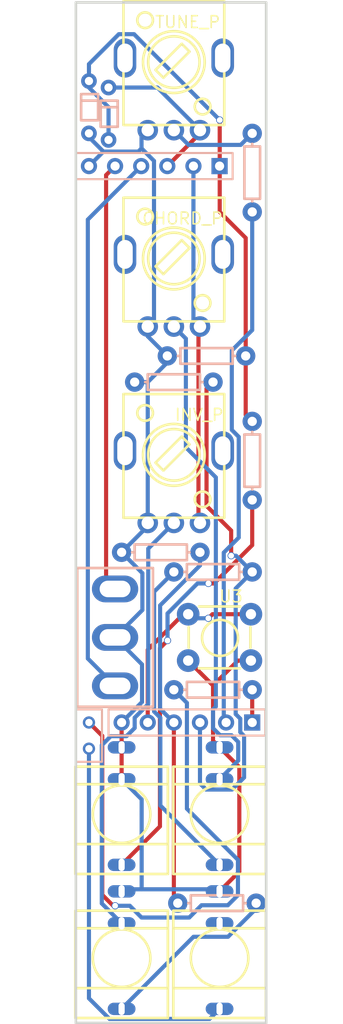
<source format=kicad_pcb>
(kicad_pcb (version 20171130) (host pcbnew "(5.1.5)-3") (page "A4") (layers (0 "F.Cu" signal) (31 "B.Cu" signal) (32 "B.Adhes" user) (33 "F.Adhes" user) (34 "B.Paste" user) (35 "F.Paste" user) (36 "B.SilkS" user) (37 "F.SilkS" user) (38 "B.Mask" user) (39 "F.Mask" user) (40 "Dwgs.User" user) (41 "Cmts.User" user) (42 "Eco1.User" user) (43 "Eco2.User" user) (44 "Edge.Cuts" user) (45 "Margin" user) (46 "B.CrtYd" user) (47 "F.CrtYd" user) (48 "B.Fab" user hide) (49 "F.Fab" user hide)) (net 0 "") (net 1 "3V3") (net 2 "5V") (net 3 "C5_2") (net 4 "CHORD") (net 5 "CHORD_P_2") (net 6 "CHORD_P_4") (net 7 "CHORD_P_5") (net 8 "CVIN") (net 9 "GND") (net 10 "INV") (net 11 "INV_P_4") (net 12 "INV_P_5") (net 13 "J1_3") (net 14 "J2_2") (net 15 "J3_3") (net 16 "J4_3") (net 17 "MODE_1") (net 18 "MODE_2") (net 19 "OUT_BUF") (net 20 "R6_2") (net 21 "TUNE") (net 22 "TUNE_P_2") (net 23 "TUNE_P_4") (net 24 "TUNE_P_5") (net 25 "WAVE") (segment (start 17.966 153.007) (end 16.902 153.007) (width 0.4) (layer "B.Cu") (net 15)) (segment (start 16.902 153.007) (end 13.99 155.919) (width 0.4) (layer "B.Cu") (net 15)) (segment (start 13.99 155.919) (end 13.99 158.545) (width 0.4) (layer "B.Cu") (net 15)) (segment (start 6.35 104.267) (end 6.35 102.63) (width 0.4) (layer "B.Cu") (net 8)) (segment (start 6.35 102.63) (end 9.254 99.726) (width 0.4) (layer "B.Cu") (net 8)) (segment (start 9.254 99.726) (end 10.735 99.726) (width 0.4) (layer "B.Cu") (net 8)) (segment (start 10.735 99.726) (end 19.063 108.054) (width 0.4) (layer "B.Cu") (net 8)) (segment (start 6.35 104.267) (end 6.35 104.902) (width 0.4) (layer "B.Cu") (net 8)) (segment (start 6.35 104.902) (end 8.255 106.807) (width 0.4) (layer "B.Cu") (net 8)) (segment (start 8.255 106.807) (end 8.255 109.982) (width 0.4) (layer "B.Cu") (net 8)) (segment (start 9.525 185.977) (end 7.597 184.048) (width 0.4) (layer "B.Cu") (net 14)) (segment (start 7.597 184.048) (end 7.597 168.702) (width 0.4) (layer "B.Cu") (net 14)) (segment (start 7.597 168.702) (end 8.474 167.824) (width 0.4) (layer "B.Cu") (net 14)) (segment (start 8.474 167.824) (end 10 167.824) (width 0.4) (layer "B.Cu") (net 14)) (segment (start 10 167.824) (end 10.795 167.029) (width 0.4) (layer "B.Cu") (net 14)) (segment (start 10.795 167.029) (end 10.795 166.035) (width 0.4) (layer "B.Cu") (net 14)) (segment (start 10.795 166.035) (end 12.117 164.714) (width 0.4) (layer "B.Cu") (net 14)) (segment (start 12.117 164.714) (end 12.117 149.626) (width 0.4) (layer "B.Cu") (net 14)) (segment (start 12.117 149.626) (end 14.605 147.137) (width 0.4) (layer "B.Cu") (net 14)) (segment (start 15.998 155.992) (end 16.393 156.387) (width 0.4) (layer "B.Cu") (net 25)) (segment (start 16.393 156.387) (end 17.963 156.387) (width 0.4) (layer "B.Cu") (net 25)) (segment (start 19.05 172.007) (end 20.864 170.192) (width 0.4) (layer "B.Cu") (net 5)) (segment (start 20.864 170.192) (end 20.864 168.385) (width 0.4) (layer "B.Cu") (net 5)) (segment (start 20.864 168.385) (end 20.215 167.735) (width 0.4) (layer "B.Cu") (net 5)) (segment (start 20.215 167.735) (end 19.098 167.735) (width 0.4) (layer "B.Cu") (net 5)) (segment (start 19.098 167.735) (end 18.415 167.052) (width 0.4) (layer "B.Cu") (net 5)) (segment (start 18.415 167.052) (end 18.415 165.228) (width 0.4) (layer "B.Cu") (net 5)) (segment (start 18.415 165.228) (end 18.688 164.955) (width 0.4) (layer "B.Cu") (net 5)) (segment (start 18.688 164.955) (end 18.688 142.718) (width 0.4) (layer "B.Cu") (net 5)) (segment (start 18.688 142.718) (end 15.773 139.804) (width 0.4) (layer "B.Cu") (net 5)) (segment (start 15.773 139.804) (end 15.773 129.256) (width 0.4) (layer "B.Cu") (net 5)) (segment (start 15.773 129.256) (end 14.605 128.087) (width 0.4) (layer "B.Cu") (net 5)) (segment (start 6.35 169.037) (end 6.35 193.256) (width 0.4) (layer "B.Cu") (net 16)) (segment (start 6.35 193.256) (end 8.343 195.249) (width 0.4) (layer "B.Cu") (net 16)) (segment (start 8.343 195.249) (end 18.078 195.249) (width 0.4) (layer "B.Cu") (net 16)) (segment (start 18.078 195.249) (end 19.05 194.277) (width 0.4) (layer "B.Cu") (net 16)) (segment (start 11.43 112.522) (end 6.24 117.712) (width 0.4) (layer "B.Cu") (net 17)) (segment (start 6.24 117.712) (end 6.24 160.292) (width 0.4) (layer "B.Cu") (net 17)) (segment (start 6.24 160.292) (end 8.89 162.942) (width 0.4) (layer "B.Cu") (net 17)) (segment (start 22.225 116.967) (end 22.225 128.429) (width 0.4) (layer "B.Cu") (net 21)) (segment (start 22.225 128.429) (end 20.239 130.415) (width 0.4) (layer "B.Cu") (net 21)) (segment (start 20.239 130.415) (end 20.239 138.115) (width 0.4) (layer "B.Cu") (net 21)) (segment (start 20.239 138.115) (end 20.913 138.788) (width 0.4) (layer "B.Cu") (net 21)) (segment (start 20.913 138.788) (end 20.913 148.561) (width 0.4) (layer "B.Cu") (net 21)) (segment (start 20.913 148.561) (end 19.457 150.018) (width 0.4) (layer "B.Cu") (net 21)) (segment (start 19.457 150.018) (end 19.457 166.269) (width 0.4) (layer "B.Cu") (net 21)) (segment (start 19.457 166.269) (end 19.685 166.497) (width 0.4) (layer "B.Cu") (net 21)) (segment (start 22.606 184.023) (end 22.606 184.547) (width 0.4) (layer "B.Cu") (net 20)) (segment (start 22.606 184.547) (end 19.871 187.282) (width 0.4) (layer "B.Cu") (net 20)) (segment (start 19.871 187.282) (end 16.52 187.282) (width 0.4) (layer "B.Cu") (net 20)) (segment (start 16.52 187.282) (end 9.525 194.277) (width 0.4) (layer "B.Cu") (net 20)) (segment (start 17.145 149.987) (end 17.145 151.263) (width 0.4) (layer "B.Cu") (net 10)) (segment (start 17.145 151.263) (end 13.269 155.139) (width 0.4) (layer "B.Cu") (net 10)) (segment (start 13.269 155.139) (end 13.269 165.161) (width 0.4) (layer "B.Cu") (net 10)) (segment (start 13.269 165.161) (end 14.605 166.497) (width 0.4) (layer "B.Cu") (net 10)) (segment (start 8.255 104.902) (end 13.01 104.902) (width 0.4) (layer "B.Cu") (net 1)) (segment (start 13.01 104.902) (end 17.145 109.037) (width 0.4) (layer "B.Cu") (net 1)) (segment (start 22.225 109.347) (end 21.106 110.466) (width 0.4) (layer "B.Cu") (net 22)) (segment (start 21.106 110.466) (end 16.034 110.466) (width 0.4) (layer "B.Cu") (net 22)) (segment (start 16.034 110.466) (end 14.605 109.037) (width 0.4) (layer "B.Cu") (net 22)) (segment (start 16.51 112.522) (end 16.51 127.452) (width 0.4) (layer "B.Cu") (net 2)) (segment (start 16.51 127.452) (end 17.145 128.087) (width 0.4) (layer "B.Cu") (net 2)) (segment (start 7.756 111.116) (end 6.35 112.522) (width 0.4) (layer "B.Cu") (net 9)) (segment (start 11.462 110.802) (end 11.149 111.116) (width 0.4) (layer "B.Cu") (net 9)) (segment (start 11.149 111.116) (end 7.756 111.116) (width 0.4) (layer "B.Cu") (net 9)) (segment (start 7.756 111.116) (end 6.35 109.709) (width 0.4) (layer "B.Cu") (net 9)) (segment (start 6.35 109.709) (end 6.35 109.347) (width 0.4) (layer "B.Cu") (net 9)) (segment (start 11.462 110.802) (end 11.462 109.64) (width 0.4) (layer "B.Cu") (net 9)) (segment (start 11.462 109.64) (end 12.065 109.037) (width 0.4) (layer "B.Cu") (net 9)) (segment (start 12.065 128.087) (end 12.675 127.477) (width 0.4) (layer "B.Cu") (net 9)) (segment (start 12.675 127.477) (end 12.675 112.015) (width 0.4) (layer "B.Cu") (net 9)) (segment (start 12.675 112.015) (end 11.462 110.802) (width 0.4) (layer "B.Cu") (net 9)) (segment (start 19.05 182.877) (end 18.85 182.677) (width 0.4) (layer "B.Cu") (net 9)) (segment (start 18.85 182.677) (end 11.473 182.677) (width 0.4) (layer "B.Cu") (net 9)) (segment (start 11.473 182.677) (end 9.725 182.677) (width 0.4) (layer "B.Cu") (net 9)) (segment (start 9.725 182.677) (end 9.525 182.877) (width 0.4) (layer "B.Cu") (net 9)) (segment (start 9.525 172.007) (end 11.473 173.955) (width 0.4) (layer "B.Cu") (net 9)) (segment (start 11.473 173.955) (end 11.473 182.677) (width 0.4) (layer "B.Cu") (net 9)) (segment (start 12.065 133.477) (end 13.97 131.572) (width 0.4) (layer "B.Cu") (net 9)) (segment (start 13.97 131.572) (end 13.97 130.937) (width 0.4) (layer "B.Cu") (net 9)) (segment (start 10.795 133.477) (end 12.065 133.477) (width 0.4) (layer "B.Cu") (net 9)) (segment (start 12.065 133.477) (end 12.065 147.137) (width 0.4) (layer "B.Cu") (net 9)) (segment (start 8.89 158.242) (end 11.545 155.587) (width 0.4) (layer "B.Cu") (net 9)) (segment (start 11.545 155.587) (end 11.545 152.007) (width 0.4) (layer "B.Cu") (net 9)) (segment (start 11.545 152.007) (end 9.525 149.987) (width 0.4) (layer "B.Cu") (net 9)) (segment (start 8.89 158.242) (end 11.511 160.863) (width 0.4) (layer "B.Cu") (net 9)) (segment (start 11.511 160.863) (end 11.511 164.511) (width 0.4) (layer "B.Cu") (net 9)) (segment (start 11.511 164.511) (end 9.525 166.497) (width 0.4) (layer "B.Cu") (net 9)) (segment (start 13.97 130.937) (end 12.065 129.032) (width 0.4) (layer "B.Cu") (net 9)) (segment (start 12.065 129.032) (end 12.065 128.087) (width 0.4) (layer "B.Cu") (net 9)) (segment (start 9.525 149.987) (end 12.065 147.447) (width 0.4) (layer "B.Cu") (net 9)) (segment (start 12.065 147.447) (end 12.065 147.137) (width 0.4) (layer "B.Cu") (net 9)) (segment (start 14.605 163.322) (end 15.875 164.592) (width 0.4) (layer "B.Cu") (net 3)) (segment (start 15.875 164.592) (end 15.875 174.859) (width 0.4) (layer "B.Cu") (net 3)) (segment (start 15.875 174.859) (end 20.837 179.82) (width 0.4) (layer "B.Cu") (net 3)) (segment (start 20.837 179.82) (end 20.837 183.245) (width 0.4) (layer "B.Cu") (net 3)) (segment (start 20.837 183.245) (end 19.857 184.225) (width 0.4) (layer "B.Cu") (net 3)) (segment (start 19.857 184.225) (end 17.293 184.225) (width 0.4) (layer "B.Cu") (net 3)) (segment (start 17.293 184.225) (end 16.101 185.416) (width 0.4) (layer "B.Cu") (net 3)) (segment (start 16.101 185.416) (end 11.464 185.416) (width 0.4) (layer "B.Cu") (net 3)) (segment (start 11.464 185.416) (end 10.323 184.275) (width 0.4) (layer "B.Cu") (net 3)) (segment (start 10.323 184.275) (end 8.897 184.275) (width 0.4) (layer "B.Cu") (net 3)) (segment (start 22.225 151.892) (end 20.617 153.5) (width 0.4) (layer "B.Cu") (net 4)) (segment (start 20.617 153.5) (end 20.617 165.682) (width 0.4) (layer "B.Cu") (net 4)) (segment (start 20.617 165.682) (end 21.066 166.131) (width 0.4) (layer "B.Cu") (net 4)) (segment (start 21.066 166.131) (end 21.066 167.438) (width 0.4) (layer "B.Cu") (net 4)) (segment (start 21.066 167.438) (end 21.436 167.808) (width 0.4) (layer "B.Cu") (net 4)) (segment (start 21.436 167.808) (end 21.436 171.832) (width 0.4) (layer "B.Cu") (net 4)) (segment (start 21.436 171.832) (end 20.268 173) (width 0.4) (layer "B.Cu") (net 4)) (segment (start 20.268 173) (end 17.738 173) (width 0.4) (layer "B.Cu") (net 4)) (segment (start 17.738 173) (end 17.145 172.407) (width 0.4) (layer "B.Cu") (net 4)) (segment (start 17.145 172.407) (end 17.145 166.497) (width 0.4) (layer "B.Cu") (net 4)) (segment (start 20.178 150.316) (end 20.649 150.316) (width 0.4) (layer "B.Cu") (net 4)) (segment (start 20.649 150.316) (end 22.225 151.892) (width 0.4) (layer "B.Cu") (net 4)) (segment (start 19.05 180.307) (end 13.293 174.55) (width 0.4) (layer "B.Cu") (net 13)) (segment (start 13.293 174.55) (end 13.293 166.04) (width 0.4) (layer "B.Cu") (net 13)) (segment (start 13.293 166.04) (end 12.688 165.435) (width 0.4) (layer "B.Cu") (net 13)) (segment (start 12.688 165.435) (end 12.688 153.809) (width 0.4) (layer "B.Cu") (net 13)) (segment (start 12.688 153.809) (end 14.605 151.892) (width 0.4) (layer "B.Cu") (net 13)) (gr_line (start 5.08 96.647) (end 23.58 96.647) (width 0.254) (layer "Edge.Cuts")) (gr_line (start 23.58 96.647) (end 23.58 195.647) (width 0.254) (layer "Edge.Cuts")) (gr_line (start 23.58 195.647) (end 5.08 195.647) (width 0.254) (layer "Edge.Cuts")) (gr_line (start 5.08 195.647) (end 5.08 96.647) (width 0.254) (layer "Edge.Cuts")) (segment (start 17.966 153.007) (end 18.508 153.007) (width 0.4) (layer "F.Cu") (net 15)) (segment (start 18.508 153.007) (end 22.225 149.29) (width 0.4) (layer "F.Cu") (net 15)) (segment (start 22.225 149.29) (end 22.225 144.907) (width 0.4) (layer "F.Cu") (net 15)) (segment (start 13.99 158.545) (end 13.252 159.282) (width 0.4) (layer "F.Cu") (net 15)) (segment (start 13.252 159.282) (end 13.252 176.579) (width 0.4) (layer "F.Cu") (net 15)) (segment (start 13.252 176.579) (end 9.525 180.307) (width 0.4) (layer "F.Cu") (net 15)) (segment (start 19.063 112.522) (end 19.063 108.054) (width 0.4) (layer "F.Cu") (net 8)) (segment (start 21.59 130.937) (end 21.59 119.492) (width 0.4) (layer "F.Cu") (net 8)) (segment (start 21.59 119.492) (end 19.063 116.965) (width 0.4) (layer "F.Cu") (net 8)) (segment (start 19.063 116.965) (end 19.063 112.522) (width 0.4) (layer "F.Cu") (net 8)) (segment (start 19.05 112.522) (end 19.063 112.522) (width 0.4) (layer "F.Cu") (net 8)) (segment (start 22.225 137.287) (end 21.59 136.652) (width 0.4) (layer "F.Cu") (net 8)) (segment (start 21.59 136.652) (end 21.59 130.937) (width 0.4) (layer "F.Cu") (net 8)) (segment (start 22.098 155.992) (end 18.358 155.992) (width 0.4) (layer "F.Cu") (net 25)) (segment (start 18.358 155.992) (end 17.963 156.387) (width 0.4) (layer "F.Cu") (net 25)) (segment (start 15.998 155.992) (end 15.523 155.992) (width 0.4) (layer "F.Cu") (net 25)) (segment (start 15.523 155.992) (end 12.065 159.45) (width 0.4) (layer "F.Cu") (net 25)) (segment (start 12.065 159.45) (end 12.065 166.497) (width 0.4) (layer "F.Cu") (net 25)) (segment (start 14.986 184.023) (end 14.605 183.642) (width 0.4) (layer "F.Cu") (net 10)) (segment (start 14.605 183.642) (end 14.605 166.497) (width 0.4) (layer "F.Cu") (net 10)) (segment (start 13.97 112.522) (end 17.145 109.347) (width 0.4) (layer "F.Cu") (net 1)) (segment (start 17.145 109.347) (end 17.145 109.037) (width 0.4) (layer "F.Cu") (net 1)) (segment (start 17.145 147.137) (end 16.999 146.991) (width 0.4) (layer "F.Cu") (net 2)) (segment (start 16.999 146.991) (end 16.999 128.233) (width 0.4) (layer "F.Cu") (net 2)) (segment (start 16.999 128.233) (end 17.145 128.087) (width 0.4) (layer "F.Cu") (net 2)) (segment (start 19.05 168.907) (end 20.972 170.828) (width 0.4) (layer "F.Cu") (net 9)) (segment (start 20.972 170.828) (end 20.972 180.955) (width 0.4) (layer "F.Cu") (net 9)) (segment (start 20.972 180.955) (end 19.05 182.877) (width 0.4) (layer "F.Cu") (net 9)) (segment (start 18.415 162.909) (end 18.415 168.272) (width 0.4) (layer "F.Cu") (net 9)) (segment (start 18.415 168.272) (end 19.05 168.907) (width 0.4) (layer "F.Cu") (net 9)) (segment (start 9.525 168.907) (end 9.525 172.007) (width 0.4) (layer "F.Cu") (net 9)) (segment (start 9.525 166.497) (end 9.525 168.907) (width 0.4) (layer "F.Cu") (net 9)) (segment (start 15.998 160.492) (end 18.415 162.909) (width 0.4) (layer "F.Cu") (net 9)) (segment (start 22.098 160.492) (end 20.832 160.492) (width 0.4) (layer "F.Cu") (net 9)) (segment (start 20.832 160.492) (end 18.415 162.909) (width 0.4) (layer "F.Cu") (net 9)) (segment (start 8.897 184.275) (end 8.705 184.275) (width 0.4) (layer "F.Cu") (net 3)) (segment (start 8.705 184.275) (end 7.645 183.216) (width 0.4) (layer "F.Cu") (net 3)) (segment (start 7.645 183.216) (end 7.645 167.792) (width 0.4) (layer "F.Cu") (net 3)) (segment (start 7.645 167.792) (end 6.35 166.497) (width 0.4) (layer "F.Cu") (net 3)) (segment (start 18.415 133.477) (end 17.782 134.11) (width 0.4) (layer "F.Cu") (net 4)) (segment (start 17.782 134.11) (end 17.782 145.483) (width 0.4) (layer "F.Cu") (net 4)) (segment (start 17.782 145.483) (end 20.178 147.88) (width 0.4) (layer "F.Cu") (net 4)) (segment (start 20.178 147.88) (end 20.178 150.316) (width 0.4) (layer "F.Cu") (net 4)) (segment (start 22.225 163.322) (end 22.225 166.497) (width 0.4) (layer "F.Cu") (net 19)) (segment (start 8.89 112.522) (end 8.018 113.394) (width 0.4) (layer "F.Cu") (net 18)) (segment (start 8.018 113.394) (end 8.018 152.67) (width 0.4) (layer "F.Cu") (net 18)) (segment (start 8.018 152.67) (end 8.89 153.542) (width 0.4) (layer "F.Cu") (net 18)) (module "easyeda:R09-5KΩ" (layer "F.Cu") (at 14.605 124.587) (fp_text value "10k" (at 0 -11.486 0) (layer "F.Fab") hide (effects (font (size 1.143 1.143) (thickness 0.152)) (justify left))) (fp_text reference "CHORD_P" (at -3.175 -6.985 0) (layer "F.SilkS") (effects (font (size 1.143 1.143) (thickness 0.152)) (justify left))) (fp_line (start -4.9 -9) (end 4.9 -9) (width 0.254) (layer "F.SilkS")) (fp_line (start 4.9 -9) (end 4.9 3) (width 0.254) (layer "F.SilkS")) (fp_line (start -4.9 -9) (end -4.9 3) (width 0.254) (layer "F.SilkS")) (fp_line (start -4.9 3) (end 4.9 3) (width 0.254) (layer "F.SilkS")) (fp_line (start 0.762 -4.882) (end -1.778 -2.342) (width 0.254) (layer "F.SilkS")) (fp_line (start -1.778 -2.342) (end -1.016 -1.58) (width 0.254) (layer "F.SilkS")) (fp_line (start -1.016 -1.58) (end 1.524 -4.12) (width 0.254) (layer "F.SilkS")) (fp_line (start 1.524 -4.12) (end 0.762 -4.882) (width 0.254) (layer "F.SilkS")) (fp_circle (center -2.794 -7.168) (end -2.032 -7.168) (layer "F.SilkS") (width 0.254)) (fp_circle (center 2.794 1.214) (end 3.556 1.214) (layer "F.SilkS") (width 0.254)) (fp_circle (center 0 -3.104) (end 3 -3.104) (layer "F.SilkS") (width 0.254)) (fp_circle (center 0 -3.104) (end 2.5 -3.104) (layer "F.SilkS") (width 0.254)) (pad 1 thru_hole circle (at -2.54 3.5 0) (size 2 2) (layers "*.Cu" "*.Paste" "*.Mask") (drill 1.2) (net 9 "GND")) (pad 2 thru_hole circle (at 0 3.5 0) (size 2 2) (layers "*.Cu" "*.Paste" "*.Mask") (drill 1.2) (net 5 "CHORD_P_2")) (pad 3 thru_hole circle (at 2.54 3.5 0) (size 2 2) (layers "*.Cu" "*.Paste" "*.Mask") (drill 1.2) (net 2 "5V")) (pad 4 thru_hole oval (at 4.75 -3.5 0) (size 2.2 3.8) (layers "*.Cu" "*.Paste" "*.Mask") (drill oval 1.5 2.8) (net 6 "CHORD_P_4")) (pad 5 thru_hole oval (at -4.75 -3.5 0) (size 2.2 3.8) (layers "*.Cu" "*.Paste" "*.Mask") (drill oval 1.5 2.8) (net 7 "CHORD_P_5")) (fp_text user gge851260b63723e8fd (at 0 0) (layer "Cmts.User") (effects (font (size 1 1) (thickness 0.15))))) (module "easyeda:R09-5KΩ" (layer "F.Cu") (at 14.605 143.637) (fp_text value "10k" (at 0 -11.486 0) (layer "F.Fab") hide (effects (font (size 1.143 1.143) (thickness 0.152)) (justify left))) (fp_text reference "INV_P" (at 0 -6.985 0) (layer "F.SilkS") (effects (font (size 1.143 1.143) (thickness 0.152)) (justify left))) (fp_line (start -4.9 -9) (end 4.9 -9) (width 0.254) (layer "F.SilkS")) (fp_line (start 4.9 -9) (end 4.9 3) (width 0.254) (layer "F.SilkS")) (fp_line (start -4.9 -9) (end -4.9 3) (width 0.254) (layer "F.SilkS")) (fp_line (start -4.9 3) (end 4.9 3) (width 0.254) (layer "F.SilkS")) (fp_line (start 0.762 -4.882) (end -1.778 -2.342) (width 0.254) (layer "F.SilkS")) (fp_line (start -1.778 -2.342) (end -1.016 -1.58) (width 0.254) (layer "F.SilkS")) (fp_line (start -1.016 -1.58) (end 1.524 -4.12) (width 0.254) (layer "F.SilkS")) (fp_line (start 1.524 -4.12) (end 0.762 -4.882) (width 0.254) (layer "F.SilkS")) (fp_circle (center -2.794 -7.168) (end -2.032 -7.168) (layer "F.SilkS") (width 0.254)) (fp_circle (center 2.794 1.214) (end 3.556 1.214) (layer "F.SilkS") (width 0.254)) (fp_circle (center 0 -3.104) (end 3 -3.104) (layer "F.SilkS") (width 0.254)) (fp_circle (center 0 -3.104) (end 2.5 -3.104) (layer "F.SilkS") (width 0.254)) (pad 1 thru_hole circle (at -2.54 3.5 0) (size 2 2) (layers "*.Cu" "*.Paste" "*.Mask") (drill 1.2) (net 9 "GND")) (pad 2 thru_hole circle (at 0 3.5 0) (size 2 2) (layers "*.Cu" "*.Paste" "*.Mask") (drill 1.2) (net 14 "J2_2")) (pad 3 thru_hole circle (at 2.54 3.5 0) (size 2 2) (layers "*.Cu" "*.Paste" "*.Mask") (drill 1.2) (net 2 "5V")) (pad 4 thru_hole oval (at 4.75 -3.5 0) (size 2.2 3.8) (layers "*.Cu" "*.Paste" "*.Mask") (drill oval 1.5 2.8) (net 11 "INV_P_4")) (pad 5 thru_hole oval (at -4.75 -3.5 0) (size 2.2 3.8) (layers "*.Cu" "*.Paste" "*.Mask") (drill oval 1.5 2.8) (net 12 "INV_P_5")) (fp_text user gge8176cbd1ef50d5ac (at 0 0) (layer "Cmts.User") (effects (font (size 1 1) (thickness 0.15))))) (module "easyeda:R09-5KΩ" (layer "F.Cu") (at 14.605 105.537) (fp_text value "10k" (at 0 -11.486 0) (layer "F.Fab") hide (effects (font (size 1.143 1.143) (thickness 0.152)) (justify left))) (fp_text reference "TUNE_P" (at -1.905 -6.985 0) (layer "F.SilkS") (effects (font (size 1.143 1.143) (thickness 0.152)) (justify left))) (fp_line (start -4.9 -9) (end 4.9 -9) (width 0.254) (layer "F.SilkS")) (fp_line (start 4.9 -9) (end 4.9 3) (width 0.254) (layer "F.SilkS")) (fp_line (start -4.9 -9) (end -4.9 3) (width 0.254) (layer "F.SilkS")) (fp_line (start -4.9 3) (end 4.9 3) (width 0.254) (layer "F.SilkS")) (fp_line (start 0.762 -4.882) (end -1.778 -2.342) (width 0.254) (layer "F.SilkS")) (fp_line (start -1.778 -2.342) (end -1.016 -1.58) (width 0.254) (layer "F.SilkS")) (fp_line (start -1.016 -1.58) (end 1.524 -4.12) (width 0.254) (layer "F.SilkS")) (fp_line (start 1.524 -4.12) (end 0.762 -4.882) (width 0.254) (layer "F.SilkS")) (fp_circle (center -2.794 -7.168) (end -2.032 -7.168) (layer "F.SilkS") (width 0.254)) (fp_circle (center 2.794 1.214) (end 3.556 1.214) (layer "F.SilkS") (width 0.254)) (fp_circle (center 0 -3.104) (end 3 -3.104) (layer "F.SilkS") (width 0.254)) (fp_circle (center 0 -3.104) (end 2.5 -3.104) (layer "F.SilkS") (width 0.254)) (pad 1 thru_hole circle (at -2.54 3.5 0) (size 2 2) (layers "*.Cu" "*.Paste" "*.Mask") (drill 1.2) (net 9 "GND")) (pad 2 thru_hole circle (at 0 3.5 0) (size 2 2) (layers "*.Cu" "*.Paste" "*.Mask") (drill 1.2) (net 22 "TUNE_P_2")) (pad 3 thru_hole circle (at 2.54 3.5 0) (size 2 2) (layers "*.Cu" "*.Paste" "*.Mask") (drill 1.2) (net 1 "3V3")) (pad 4 thru_hole oval (at 4.75 -3.5 0) (size 2.2 3.8) (layers "*.Cu" "*.Paste" "*.Mask") (drill oval 1.5 2.8) (net 23 "TUNE_P_4")) (pad 5 thru_hole oval (at -4.75 -3.5 0) (size 2.2 3.8) (layers "*.Cu" "*.Paste" "*.Mask") (drill oval 1.5 2.8) (net 24 "TUNE_P_5")) (fp_text user ggedb8851875d8ccf25 (at 0 0) (layer "Cmts.User") (effects (font (size 1 1) (thickness 0.15))))) (module "easyeda:THONKICONN_1" (layer "F.Cu") (at 19.05 175.387 180) (fp_text value "CHORD_IN" (at 3.81 -4.445 0) (layer "F.Fab") (effects (font (size 1.143 1.143) (thickness 0.152)) (justify left))) (fp_text reference "J1" (at 0 -6.35 180) (layer "F.SilkS") hide (effects (font (size 1.143 1.143) (thickness 0.152)) (justify left))) (fp_arc (start 0 0) (end -2.794 0) (angle 180) (width 0.254) (layer "F.SilkS")) (fp_arc (start 0 0) (end 2.794 0) (angle 180) (width 0.254) (layer "F.SilkS")) (fp_line (start -4.5 -5.805) (end 4.5 -5.805) (width 0.254) (layer "F.SilkS")) (fp_line (start 4.5 -5.805) (end 4.5 2.905) (width 0.254) (layer "F.SilkS")) (fp_line (start 4.5 2.905) (end -4.5 2.905) (width 0.254) (layer "F.SilkS")) (fp_line (start -4.5 2.905) (end -4.5 -5.805) (width 0.254) (layer "F.SilkS")) (fp_line (start -4.5 -2.905) (end 4.5 -2.905) (width 0.254) (layer "F.SilkS")) (fp_line (start 4.5 -2.905) (end 4.5 4.605) (width 0.254) (layer "F.SilkS")) (fp_line (start 4.5 4.605) (end -4.5 4.605) (width 0.254) (layer "F.SilkS")) (fp_line (start -4.5 4.605) (end -4.5 -2.905) (width 0.254) (layer "F.SilkS")) (pad "" np_thru_hole circle (at 0 0) (size 3 3) (drill 3) (layers "*.Cu" "*.Mask")) (pad 3 thru_hole oval (at 0 -4.92 180) (size 2.7 1.2) (layers "*.Cu" "*.Paste" "*.Mask") (drill oval 0.6 1.5) (net 13 "J1_3")) (pad 2 thru_hole oval (at 0 3.38 180) (size 2.7 1.2) (layers "*.Cu" "*.Paste" "*.Mask") (drill oval 0.6 1.5) (net 5 "CHORD_P_2")) (pad 1 thru_hole oval (at 0 6.48 180) (size 2.7 1.2) (layers "*.Cu" "*.Paste" "*.Mask") (drill oval 0.6 1.5) (net 9 "GND")) (fp_text user gge1aa4f7b4c2142e9a (at 0 0) (layer "Cmts.User") (effects (font (size 1 1) (thickness 0.15))))) (module "easyeda:THONKICONN_1" (layer "F.Cu") (at 9.525 189.357 180) (fp_text value "INV_IN" (at 3.81 -4.445 0) (layer "F.Fab") (effects (font (size 1.143 1.143) (thickness 0.152)) (justify left))) (fp_text reference "J2" (at 0 -6.35 180) (layer "F.SilkS") hide (effects (font (size 1.143 1.143) (thickness 0.152)) (justify left))) (fp_arc (start 0 0) (end -2.794 0) (angle 180) (width 0.254) (layer "F.SilkS")) (fp_arc (start 0 0) (end 2.794 0) (angle 180) (width 0.254) (layer "F.SilkS")) (fp_line (start -4.5 -5.805) (end 4.5 -5.805) (width 0.254) (layer "F.SilkS")) (fp_line (start 4.5 -5.805) (end 4.5 2.905) (width 0.254) (layer "F.SilkS")) (fp_line (start 4.5 2.905) (end -4.5 2.905) (width 0.254) (layer "F.SilkS")) (fp_line (start -4.5 2.905) (end -4.5 -5.805) (width 0.254) (layer "F.SilkS")) (fp_line (start -4.5 -2.905) (end 4.5 -2.905) (width 0.254) (layer "F.SilkS")) (fp_line (start 4.5 -2.905) (end 4.5 4.605) (width 0.254) (layer "F.SilkS")) (fp_line (start 4.5 4.605) (end -4.5 4.605) (width 0.254) (layer "F.SilkS")) (fp_line (start -4.5 4.605) (end -4.5 -2.905) (width 0.254) (layer "F.SilkS")) (pad "" np_thru_hole circle (at 0 0) (size 3 3) (drill 3) (layers "*.Cu" "*.Mask")) (pad 3 thru_hole oval (at 0 -4.92 180) (size 2.7 1.2) (layers "*.Cu" "*.Paste" "*.Mask") (drill oval 0.6 1.5) (net 20 "R6_2")) (pad 2 thru_hole oval (at 0 3.38 180) (size 2.7 1.2) (layers "*.Cu" "*.Paste" "*.Mask") (drill oval 0.6 1.5) (net 14 "J2_2")) (pad 1 thru_hole oval (at 0 6.48 180) (size 2.7 1.2) (layers "*.Cu" "*.Paste" "*.Mask") (drill oval 0.6 1.5) (net 9 "GND")) (fp_text user gge8e2bcea8e011a55d (at 0 0) (layer "Cmts.User") (effects (font (size 1 1) (thickness 0.15))))) (module "easyeda:THONKICONN_1" (layer "F.Cu") (at 9.525 175.387 180) (fp_text value "CV_IN" (at 4.445 -4.445 0) (layer "F.Fab") (effects (font (size 1.143 1.143) (thickness 0.152)) (justify left))) (fp_text reference "J3" (at 0 -6.35 180) (layer "F.SilkS") hide (effects (font (size 1.143 1.143) (thickness 0.152)) (justify left))) (fp_arc (start 0 0) (end -2.794 0) (angle 180) (width 0.254) (layer "F.SilkS")) (fp_arc (start 0 0) (end 2.794 0) (angle 180) (width 0.254) (layer "F.SilkS")) (fp_line (start -4.5 -5.805) (end 4.5 -5.805) (width 0.254) (layer "F.SilkS")) (fp_line (start 4.5 -5.805) (end 4.5 2.905) (width 0.254) (layer "F.SilkS")) (fp_line (start 4.5 2.905) (end -4.5 2.905) (width 0.254) (layer "F.SilkS")) (fp_line (start -4.5 2.905) (end -4.5 -5.805) (width 0.254) (layer "F.SilkS")) (fp_line (start -4.5 -2.905) (end 4.5 -2.905) (width 0.254) (layer "F.SilkS")) (fp_line (start 4.5 -2.905) (end 4.5 4.605) (width 0.254) (layer "F.SilkS")) (fp_line (start 4.5 4.605) (end -4.5 4.605) (width 0.254) (layer "F.SilkS")) (fp_line (start -4.5 4.605) (end -4.5 -2.905) (width 0.254) (layer "F.SilkS")) (pad "" np_thru_hole circle (at 0 0) (size 3 3) (drill 3) (layers "*.Cu" "*.Mask")) (pad 3 thru_hole oval (at 0 -4.92 180) (size 2.7 1.2) (layers "*.Cu" "*.Paste" "*.Mask") (drill oval 0.6 1.5) (net 15 "J3_3")) (pad 2 thru_hole oval (at 0 3.38 180) (size 2.7 1.2) (layers "*.Cu" "*.Paste" "*.Mask") (drill oval 0.6 1.5) (net 9 "GND")) (pad 1 thru_hole oval (at 0 6.48 180) (size 2.7 1.2) (layers "*.Cu" "*.Paste" "*.Mask") (drill oval 0.6 1.5) (net 9 "GND")) (fp_text user ggef269bdd52837dfc6 (at 0 0) (layer "Cmts.User") (effects (font (size 1 1) (thickness 0.15))))) (module "easyeda:THONKICONN_1" (layer "F.Cu") (at 19.05 189.357 180) (fp_text value "OUT" (at 3.81 -4.445 0) (layer "F.Fab") (effects (font (size 1.143 1.143) (thickness 0.152)) (justify left))) (fp_text reference "J4" (at 0 -6.35 180) (layer "F.SilkS") hide (effects (font (size 1.143 1.143) (thickness 0.152)) (justify left))) (fp_arc (start 0 0) (end -2.794 0) (angle 180) (width 0.254) (layer "F.SilkS")) (fp_arc (start 0 0) (end 2.794 0) (angle 180) (width 0.254) (layer "F.SilkS")) (fp_line (start -4.5 -5.805) (end 4.5 -5.805) (width 0.254) (layer "F.SilkS")) (fp_line (start 4.5 -5.805) (end 4.5 2.905) (width 0.254) (layer "F.SilkS")) (fp_line (start 4.5 2.905) (end -4.5 2.905) (width 0.254) (layer "F.SilkS")) (fp_line (start -4.5 2.905) (end -4.5 -5.805) (width 0.254) (layer "F.SilkS")) (fp_line (start -4.5 -2.905) (end 4.5 -2.905) (width 0.254) (layer "F.SilkS")) (fp_line (start 4.5 -2.905) (end 4.5 4.605) (width 0.254) (layer "F.SilkS")) (fp_line (start 4.5 4.605) (end -4.5 4.605) (width 0.254) (layer "F.SilkS")) (fp_line (start -4.5 4.605) (end -4.5 -2.905) (width 0.254) (layer "F.SilkS")) (pad "" np_thru_hole circle (at 0 0) (size 3 3) (drill 3) (layers "*.Cu" "*.Mask")) (pad 3 thru_hole oval (at 0 -4.92 180) (size 2.7 1.2) (layers "*.Cu" "*.Paste" "*.Mask") (drill oval 0.6 1.5) (net 16 "J4_3")) (pad 2 thru_hole oval (at 0 3.38 180) (size 2.7 1.2) (layers "*.Cu" "*.Paste" "*.Mask") (drill oval 0.6 1.5)) (pad 1 thru_hole oval (at 0 6.48 180) (size 2.7 1.2) (layers "*.Cu" "*.Paste" "*.Mask") (drill oval 0.6 1.5) (net 9 "GND")) (fp_text user gge57200428b22bcacc (at 0 0) (layer "Cmts.User") (effects (font (size 1 1) (thickness 0.15))))) (module "easyeda:TOGGLE SWITCH SPDT RED 3 PIN ON-OFF-ON 3 SPDT SMALL AC 6A/125V 3A/250V" (layer "F.Cu") (at 8.89 158.242) (fp_text value "SPDT" (at -0.127 -9.017 0) (layer "F.Fab") hide (effects (font (size 1.143 1.143) (thickness 0.152)) (justify left))) (fp_text reference "S5" (at -0.127 -7.239 0) (layer "F.SilkS") hide (effects (font (size 1.143 1.143) (thickness 0.152)) (justify left))) (fp_line (start 3.683 -6.731) (end 3.683 6.731) (width 0.254) (layer "B.SilkS")) (fp_line (start 3.683 6.731) (end -3.683 6.731) (width 0.254) (layer "B.SilkS")) (fp_line (start -3.683 6.731) (end -3.683 -6.731) (width 0.254) (layer "B.SilkS")) (fp_line (start -3.683 -6.731) (end 3.683 -6.731) (width 0.254) (layer "B.SilkS")) (fp_line (start -3.683 -6.731) (end 3.683 -6.731) (width 0.254) (layer "F.SilkS")) (fp_line (start 3.683 -6.731) (end 3.683 6.731) (width 0.254) (layer "F.SilkS")) (fp_line (start 3.683 6.731) (end -3.683 6.731) (width 0.254) (layer "F.SilkS")) (fp_line (start -3.683 6.731) (end -3.683 -6.731) (width 0.254) (layer "F.SilkS")) (pad 1 thru_hole oval (at 0 -4.7 -90) (size 2.6 4.5) (layers "*.Cu" "*.Paste" "*.Mask") (drill oval 1.6 3) (net 18 "MODE_2")) (pad 2 thru_hole oval (at 0 0 -90) (size 2.6 4.5) (layers "*.Cu" "*.Paste" "*.Mask") (drill oval 1.6 3) (net 9 "GND")) (pad 3 thru_hole oval (at 0 4.7 -90) (size 2.6 4.5) (layers "*.Cu" "*.Paste" "*.Mask") (drill oval 1.6 3) (net 17 "MODE_1")) (fp_text user gge57cbd993a17a5e0b (at 0 0) (layer "Cmts.User") (effects (font (size 1 1) (thickness 0.15))))) (module "easyeda:PUSHBUTTON" (layer "F.Cu") (at 18.923 157.825) (fp_text value "WAVE" (at 0 -5.334 0) (layer "F.Fab") hide (effects (font (size 1.143 1.143) (thickness 0.152)) (justify left))) (fp_text reference "U3" (at 0 -3.556 0) (layer "F.SilkS") (effects (font (size 1.143 1.143) (thickness 0.152)) (justify left))) (fp_line (start -1.875 -2.582) (end 2.125 -2.582) (width 0.254) (layer "F.SilkS")) (fp_line (start -1.875 3.417) (end 2.125 3.417) (width 0.254) (layer "F.SilkS")) (fp_line (start 3.125 1.417) (end 3.125 -0.583) (width 0.254) (layer "F.SilkS")) (fp_line (start -2.875 1.417) (end -2.875 -0.583) (width 0.254) (layer "F.SilkS")) (fp_circle (center 0.171 0.465) (end 1.921 0.465) (layer "F.SilkS") (width 0.254)) (pad 4 thru_hole circle (at 3.175 2.667 180) (size 2.2 2.2) (layers "*.Cu" "*.Paste" "*.Mask") (drill 1) (net 9 "GND")) (pad 3 thru_hole circle (at -2.925 2.667 180) (size 2.2 2.2) (layers "*.Cu" "*.Paste" "*.Mask") (drill 1) (net 9 "GND")) (pad 1 thru_hole circle (at -2.925 -1.833 180) (size 2.2 2.2) (layers "*.Cu" "*.Paste" "*.Mask") (drill 1) (net 25 "WAVE")) (pad 2 thru_hole circle (at 3.175 -1.833 180) (size 2.2 2.2) (layers "*.Cu" "*.Paste" "*.Mask") (drill 1) (net 25 "WAVE")) (fp_text user gge10586518f77c4706 (at 0 0) (layer "Cmts.User") (effects (font (size 1 1) (thickness 0.15))))) (module "easyeda:RAD-0.1" (layer "F.Cu") (at 6.35 167.767 -90) (fp_text value "4.7n" (at 3.175 0.635 180) (layer "B.Fab") (effects (font (size 0.9 0.9) (thickness 0.152)) (justify left mirror))) (fp_text reference "C5" (at 0.228 -1.854 -90) (layer "B.SilkS") hide (effects (font (size 1.143 1.143) (thickness 0.152)) (justify left mirror))) (fp_line (start -2.537 -1.267) (end 2.543 -1.267) (width 0.201) (layer "B.SilkS")) (fp_line (start 2.543 -1.267) (end 2.543 1.273) (width 0.201) (layer "B.SilkS")) (fp_line (start 2.543 1.273) (end -2.537 1.273) (width 0.201) (layer "B.SilkS")) (fp_line (start -2.537 1.273) (end -2.537 -1.267) (width 0.201) (layer "B.SilkS")) (pad 1 thru_hole circle (at 1.27 0 -90) (size 1.194 1.194) (layers "*.Cu" "*.Paste" "*.Mask") (drill 0.711) (net 16 "J4_3")) (pad 2 thru_hole circle (at -1.27 0 -90) (size 1.194 1.194) (layers "*.Cu" "*.Paste" "*.Mask") (drill 0.711) (net 3 "C5_2")) (fp_text user gge3f558483fc8f20a6 (at 0 0) (layer "Cmts.User") (effects (font (size 1 1) (thickness 0.15))))) (module "easyeda:DIODE" (layer "F.Cu") (at 6.35 106.807 -90) (fp_text value "B43" (at -0.635 -4.445 90) (layer "B.Fab") (effects (font (size 0.9 0.9) (thickness 0.152)) (justify left mirror))) (fp_text reference "D1" (at 0.241 -1.283 -90) (layer "B.SilkS") hide (effects (font (size 1.143 1.143) (thickness 0.152)) (justify left mirror))) (fp_line (start 1.27 -0.889) (end -1.27 -0.889) (width 0.254) (layer "B.SilkS")) (fp_line (start -1.27 -0.889) (end -1.27 0.762) (width 0.254) (layer "B.SilkS")) (fp_line (start -1.27 0.762) (end 1.27 0.762) (width 0.254) (layer "B.SilkS")) (fp_line (start 1.27 0.762) (end 1.27 -0.889) (width 0.254) (layer "B.SilkS")) (fp_line (start 1.27 -0.889) (end -0.635 -0.889) (width 0.254) (layer "B.SilkS")) (fp_line (start -0.635 -0.889) (end -0.635 0.762) (width 0.254) (layer "B.SilkS")) (fp_line (start -0.635 0.762) (end 1.27 0.762) (width 0.254) (layer "B.SilkS")) (fp_line (start 1.27 0.762) (end 1.27 -0.889) (width 0.254) (layer "B.SilkS")) (pad 1 thru_hole circle (at 2.54 0 -90) (size 1.524 1.524) (layers "*.Cu" "*.Paste" "*.Mask") (drill 0.8) (net 9 "GND")) (pad 2 thru_hole circle (at -2.54 0 -90) (size 1.524 1.524) (layers "*.Cu" "*.Paste" "*.Mask") (drill 0.8) (net 8 "CVIN")) (fp_text user ggeaf726dc95bbe96c5 (at 0 0) (layer "Cmts.User") (effects (font (size 1 1) (thickness 0.15))))) (module "easyeda:DIODE" (layer "F.Cu") (at 8.255 107.442 -90) (fp_text value "B43" (at 0.635 0.635 -90) (layer "B.Fab") hide (effects (font (size 0.72 0.72) (thickness 0.046)) (justify left mirror))) (fp_text reference "D7" (at 0.241 -1.283 -90) (layer "B.SilkS") hide (effects (font (size 1.143 1.143) (thickness 0.152)) (justify left mirror))) (fp_line (start 1.27 -0.889) (end -1.27 -0.889) (width 0.254) (layer "B.SilkS")) (fp_line (start -1.27 -0.889) (end -1.27 0.762) (width 0.254) (layer "B.SilkS")) (fp_line (start -1.27 0.762) (end 1.27 0.762) (width 0.254) (layer "B.SilkS")) (fp_line (start 1.27 0.762) (end 1.27 -0.889) (width 0.254) (layer "B.SilkS")) (fp_line (start 1.27 -0.889) (end -0.635 -0.889) (width 0.254) (layer "B.SilkS")) (fp_line (start -0.635 -0.889) (end -0.635 0.762) (width 0.254) (layer "B.SilkS")) (fp_line (start -0.635 0.762) (end 1.27 0.762) (width 0.254) (layer "B.SilkS")) (fp_line (start 1.27 0.762) (end 1.27 -0.889) (width 0.254) (layer "B.SilkS")) (pad 1 thru_hole circle (at 2.54 0 -90) (size 1.524 1.524) (layers "*.Cu" "*.Paste" "*.Mask") (drill 0.8) (net 8 "CVIN")) (pad 2 thru_hole circle (at -2.54 0 -90) (size 1.524 1.524) (layers "*.Cu" "*.Paste" "*.Mask") (drill 0.8) (net 1 "3V3")) (fp_text user ggefe28a37904db5980 (at 0 0) (layer "Cmts.User") (effects (font (size 1 1) (thickness 0.15))))) (module "easyeda:HDR-F-2.54_1X6" (layer "F.Cu") (at 13.97 112.522) (fp_text value "HDR-F-2.54_1x6" (at -1.016 -3.302 0) (layer "B.Fab") hide (effects (font (size 1.143 1.143) (thickness 0.152)) (justify left mirror))) (fp_text reference "H1" (at -1.016 -1.524 0) (layer "B.SilkS") hide (effects (font (size 1.143 1.143) (thickness 0.152)) (justify left mirror))) (fp_line (start 4.445 -1.27) (end 6.35 -1.27) (width 0.203) (layer "B.SilkS")) (fp_line (start 6.35 -1.27) (end 6.35 1.27) (width 0.203) (layer "B.SilkS")) (fp_line (start 6.35 1.27) (end -8.89 1.27) (width 0.203) (layer "B.SilkS")) (fp_line (start -8.89 1.27) (end -8.89 -1.27) (width 0.203) (layer "B.SilkS")) (fp_line (start -8.89 -1.27) (end 4.445 -1.27) (width 0.203) (layer "B.SilkS")) (pad 6 thru_hole circle (at -7.62 0 0) (size 1.575 1.575) (layers "*.Cu" "*.Paste" "*.Mask") (drill 0.889) (net 9 "GND")) (pad 5 thru_hole circle (at -5.08 0 0) (size 1.575 1.575) (layers "*.Cu" "*.Paste" "*.Mask") (drill 0.889) (net 18 "MODE_2")) (pad 4 thru_hole circle (at -2.54 0 0) (size 1.575 1.575) (layers "*.Cu" "*.Paste" "*.Mask") (drill 0.889) (net 17 "MODE_1")) (pad 3 thru_hole circle (at 0 0 0) (size 1.575 1.575) (layers "*.Cu" "*.Paste" "*.Mask") (drill 0.889) (net 1 "3V3")) (pad 2 thru_hole circle (at 2.54 0 0) (size 1.575 1.575) (layers "*.Cu" "*.Paste" "*.Mask") (drill 0.889) (net 2 "5V")) (pad 1 thru_hole rect (at 5.08 0 0) (size 1.575 1.575) (layers "*.Cu" "*.Paste" "*.Mask") (drill 0.889) (net 8 "CVIN")) (fp_text user gge5da05769fc915aa6 (at 0 0) (layer "Cmts.User") (effects (font (size 1 1) (thickness 0.15))))) (module "easyeda:HDR-F-2.54_1X6" (layer "F.Cu") (at 17.145 166.497) (fp_text value "HDR-F-2.54_1x6" (at -1.016 -3.302 0) (layer "B.Fab") hide (effects (font (size 1.143 1.143) (thickness 0.152)) (justify left mirror))) (fp_text reference "H2" (at -1.016 -1.524 0) (layer "B.SilkS") hide (effects (font (size 1.143 1.143) (thickness 0.152)) (justify left mirror))) (fp_line (start 4.445 -1.27) (end 6.35 -1.27) (width 0.203) (layer "B.SilkS")) (fp_line (start 6.35 -1.27) (end 6.35 1.27) (width 0.203) (layer "B.SilkS")) (fp_line (start 6.35 1.27) (end -8.89 1.27) (width 0.203) (layer "B.SilkS")) (fp_line (start -8.89 1.27) (end -8.89 -1.27) (width 0.203) (layer "B.SilkS")) (fp_line (start -8.89 -1.27) (end 4.445 -1.27) (width 0.203) (layer "B.SilkS")) (pad 6 thru_hole circle (at -7.62 0 0) (size 1.575 1.575) (layers "*.Cu" "*.Paste" "*.Mask") (drill 0.889) (net 9 "GND")) (pad 5 thru_hole circle (at -5.08 0 0) (size 1.575 1.575) (layers "*.Cu" "*.Paste" "*.Mask") (drill 0.889) (net 25 "WAVE")) (pad 4 thru_hole circle (at -2.54 0 0) (size 1.575 1.575) (layers "*.Cu" "*.Paste" "*.Mask") (drill 0.889) (net 10 "INV")) (pad 3 thru_hole circle (at 0 0 0) (size 1.575 1.575) (layers "*.Cu" "*.Paste" "*.Mask") (drill 0.889) (net 4 "CHORD")) (pad 2 thru_hole circle (at 2.54 0 0) (size 1.575 1.575) (layers "*.Cu" "*.Paste" "*.Mask") (drill 0.889) (net 21 "TUNE")) (pad 1 thru_hole rect (at 5.08 0 0) (size 1.575 1.575) (layers "*.Cu" "*.Paste" "*.Mask") (drill 0.889) (net 19 "OUT_BUF")) (fp_text user gge6316b3fee7093dbf (at 0 0) (layer "Cmts.User") (effects (font (size 1 1) (thickness 0.15))))) (module "easyeda:R_AXIAL-0.3" (layer "F.Cu") (at 17.78 130.937) (fp_text value "3.3k" (at 1.397 0.508 0) (layer "B.Fab") (effects (font (size 0.9 0.9) (thickness 0.152)) (justify left mirror))) (fp_text reference "R1" (at 1.524 -1.524 0) (layer "B.SilkS") hide (effects (font (size 1.143 1.143) (thickness 0.152)) (justify left mirror))) (fp_line (start 2.54 0) (end 2.794 0) (width 0.254) (layer "B.SilkS")) (fp_line (start -2.54 0) (end -2.794 0) (width 0.254) (layer "B.SilkS")) (fp_line (start 2.54 0) (end 2.54 -0.762) (width 0.254) (layer "B.SilkS")) (fp_line (start 2.54 0.762) (end 2.54 0) (width 0.254) (layer "B.SilkS")) (fp_line (start -2.54 0.762) (end 2.54 0.762) (width 0.254) (layer "B.SilkS")) (fp_line (start -2.54 0) (end -2.54 0.762) (width 0.254) (layer "B.SilkS")) (fp_line (start -2.54 -0.762) (end -2.54 0) (width 0.254) (layer "B.SilkS")) (fp_line (start 2.54 -0.762) (end -2.54 -0.762) (width 0.254) (layer "B.SilkS")) (pad 1 thru_hole circle (at 3.81 0 0) (size 1.88 1.88) (layers "*.Cu" "*.Paste" "*.Mask") (drill 0.899) (net 8 "CVIN")) (pad 2 thru_hole circle (at -3.81 0 0) (size 1.88 1.88) (layers "*.Cu" "*.Paste" "*.Mask") (drill 0.899) (net 9 "GND")) (fp_text user gge00e18404212bece6 (at 0 0) (layer "Cmts.User") (effects (font (size 1 1) (thickness 0.15))))) (module "easyeda:R_AXIAL-0.3" (layer "F.Cu") (at 18.415 151.892) (fp_text value "180k" (at 1.397 0.508 0) (layer "B.Fab") (effects (font (size 0.9 0.9) (thickness 0.152)) (justify left mirror))) (fp_text reference "R2" (at 1.524 -1.524 0) (layer "B.SilkS") hide (effects (font (size 1.143 1.143) (thickness 0.152)) (justify left mirror))) (fp_line (start 2.54 0) (end 2.794 0) (width 0.254) (layer "B.SilkS")) (fp_line (start -2.54 0) (end -2.794 0) (width 0.254) (layer "B.SilkS")) (fp_line (start 2.54 0) (end 2.54 -0.762) (width 0.254) (layer "B.SilkS")) (fp_line (start 2.54 0.762) (end 2.54 0) (width 0.254) (layer "B.SilkS")) (fp_line (start -2.54 0.762) (end 2.54 0.762) (width 0.254) (layer "B.SilkS")) (fp_line (start -2.54 0) (end -2.54 0.762) (width 0.254) (layer "B.SilkS")) (fp_line (start -2.54 -0.762) (end -2.54 0) (width 0.254) (layer "B.SilkS")) (fp_line (start 2.54 -0.762) (end -2.54 -0.762) (width 0.254) (layer "B.SilkS")) (pad 1 thru_hole circle (at 3.81 0 0) (size 1.88 1.88) (layers "*.Cu" "*.Paste" "*.Mask") (drill 0.899) (net 4 "CHORD")) (pad 2 thru_hole circle (at -3.81 0 0) (size 1.88 1.88) (layers "*.Cu" "*.Paste" "*.Mask") (drill 0.899) (net 13 "J1_3")) (fp_text user gge33629d122d773b9c (at 0 0) (layer "Cmts.User") (effects (font (size 1 1) (thickness 0.15))))) (module "easyeda:R_AXIAL-0.3" (layer "F.Cu") (at 14.605 133.477) (fp_text value "330k" (at 1.397 0.508 0) (layer "B.Fab") (effects (font (size 0.9 0.9) (thickness 0.152)) (justify left mirror))) (fp_text reference "R3" (at 1.524 -1.524 0) (layer "B.SilkS") hide (effects (font (size 1.143 1.143) (thickness 0.152)) (justify left mirror))) (fp_line (start 2.54 0) (end 2.794 0) (width 0.254) (layer "B.SilkS")) (fp_line (start -2.54 0) (end -2.794 0) (width 0.254) (layer "B.SilkS")) (fp_line (start 2.54 0) (end 2.54 -0.762) (width 0.254) (layer "B.SilkS")) (fp_line (start 2.54 0.762) (end 2.54 0) (width 0.254) (layer "B.SilkS")) (fp_line (start -2.54 0.762) (end 2.54 0.762) (width 0.254) (layer "B.SilkS")) (fp_line (start -2.54 0) (end -2.54 0.762) (width 0.254) (layer "B.SilkS")) (fp_line (start -2.54 -0.762) (end -2.54 0) (width 0.254) (layer "B.SilkS")) (fp_line (start 2.54 -0.762) (end -2.54 -0.762) (width 0.254) (layer "B.SilkS")) (pad 1 thru_hole circle (at 3.81 0 0) (size 1.88 1.88) (layers "*.Cu" "*.Paste" "*.Mask") (drill 0.899) (net 4 "CHORD")) (pad 2 thru_hole circle (at -3.81 0 0) (size 1.88 1.88) (layers "*.Cu" "*.Paste" "*.Mask") (drill 0.899) (net 9 "GND")) (fp_text user gge11a051f63cca5868 (at 0 0) (layer "Cmts.User") (effects (font (size 1 1) (thickness 0.15))))) (module "easyeda:R_AXIAL-0.3" (layer "F.Cu") (at 22.225 113.157 -90) (fp_text value "1k" (at 1.397 0.508 -90) (layer "B.Fab") (effects (font (size 0.9 0.9) (thickness 0.152)) (justify left mirror))) (fp_text reference "R4" (at 1.524 -1.524 -90) (layer "B.SilkS") hide (effects (font (size 1.143 1.143) (thickness 0.152)) (justify left mirror))) (fp_line (start 2.54 0) (end 2.794 0) (width 0.254) (layer "B.SilkS")) (fp_line (start -2.54 0) (end -2.794 0) (width 0.254) (layer "B.SilkS")) (fp_line (start 2.54 0) (end 2.54 -0.762) (width 0.254) (layer "B.SilkS")) (fp_line (start 2.54 0.762) (end 2.54 0) (width 0.254) (layer "B.SilkS")) (fp_line (start -2.54 0.762) (end 2.54 0.762) (width 0.254) (layer "B.SilkS")) (fp_line (start -2.54 0) (end -2.54 0.762) (width 0.254) (layer "B.SilkS")) (fp_line (start -2.54 -0.762) (end -2.54 0) (width 0.254) (layer "B.SilkS")) (fp_line (start 2.54 -0.762) (end -2.54 -0.762) (width 0.254) (layer "B.SilkS")) (pad 1 thru_hole circle (at 3.81 0 -90) (size 1.88 1.88) (layers "*.Cu" "*.Paste" "*.Mask") (drill 0.899) (net 21 "TUNE")) (pad 2 thru_hole circle (at -3.81 0 -90) (size 1.88 1.88) (layers "*.Cu" "*.Paste" "*.Mask") (drill 0.899) (net 22 "TUNE_P_2")) (fp_text user gge9af8245c5e9cfb7b (at 0 0) (layer "Cmts.User") (effects (font (size 1 1) (thickness 0.15))))) (module "easyeda:R_AXIAL-0.3" (layer "F.Cu") (at 13.335 149.987) (fp_text value "330k" (at 1.397 0.508 0) (layer "B.Fab") (effects (font (size 0.9 0.9) (thickness 0.152)) (justify left mirror))) (fp_text reference "R5" (at 1.524 -1.524 0) (layer "B.SilkS") hide (effects (font (size 1.143 1.143) (thickness 0.152)) (justify left mirror))) (fp_line (start 2.54 0) (end 2.794 0) (width 0.254) (layer "B.SilkS")) (fp_line (start -2.54 0) (end -2.794 0) (width 0.254) (layer "B.SilkS")) (fp_line (start 2.54 0) (end 2.54 -0.762) (width 0.254) (layer "B.SilkS")) (fp_line (start 2.54 0.762) (end 2.54 0) (width 0.254) (layer "B.SilkS")) (fp_line (start -2.54 0.762) (end 2.54 0.762) (width 0.254) (layer "B.SilkS")) (fp_line (start -2.54 0) (end -2.54 0.762) (width 0.254) (layer "B.SilkS")) (fp_line (start -2.54 -0.762) (end -2.54 0) (width 0.254) (layer "B.SilkS")) (fp_line (start 2.54 -0.762) (end -2.54 -0.762) (width 0.254) (layer "B.SilkS")) (pad 1 thru_hole circle (at 3.81 0 0) (size 1.88 1.88) (layers "*.Cu" "*.Paste" "*.Mask") (drill 0.899) (net 10 "INV")) (pad 2 thru_hole circle (at -3.81 0 0) (size 1.88 1.88) (layers "*.Cu" "*.Paste" "*.Mask") (drill 0.899) (net 9 "GND")) (fp_text user ggefaec46880797419a (at 0 0) (layer "Cmts.User") (effects (font (size 1 1) (thickness 0.15))))) (module "easyeda:R_AXIAL-0.3" (layer "F.Cu") (at 18.796 184.023 180) (fp_text value "180k" (at -1.214 -0.45 0) (layer "B.Fab") (effects (font (size 0.9 0.9) (thickness 0.152)) (justify left mirror))) (fp_text reference "R6" (at 1.524 -1.524 180) (layer "B.SilkS") hide (effects (font (size 1.143 1.143) (thickness 0.152)) (justify left mirror))) (fp_line (start 2.54 0) (end 2.794 0) (width 0.254) (layer "B.SilkS")) (fp_line (start -2.54 0) (end -2.794 0) (width 0.254) (layer "B.SilkS")) (fp_line (start 2.54 0) (end 2.54 -0.762) (width 0.254) (layer "B.SilkS")) (fp_line (start 2.54 0.762) (end 2.54 0) (width 0.254) (layer "B.SilkS")) (fp_line (start -2.54 0.762) (end 2.54 0.762) (width 0.254) (layer "B.SilkS")) (fp_line (start -2.54 0) (end -2.54 0.762) (width 0.254) (layer "B.SilkS")) (fp_line (start -2.54 -0.762) (end -2.54 0) (width 0.254) (layer "B.SilkS")) (fp_line (start 2.54 -0.762) (end -2.54 -0.762) (width 0.254) (layer "B.SilkS")) (pad 1 thru_hole circle (at 3.81 0 180) (size 1.88 1.88) (layers "*.Cu" "*.Paste" "*.Mask") (drill 0.899) (net 10 "INV")) (pad 2 thru_hole circle (at -3.81 0 180) (size 1.88 1.88) (layers "*.Cu" "*.Paste" "*.Mask") (drill 0.899) (net 20 "R6_2")) (fp_text user ggecebe14f30c7aec8e (at 0 0) (layer "Cmts.User") (effects (font (size 1 1) (thickness 0.15))))) (module "easyeda:R_AXIAL-0.3" (layer "F.Cu") (at 18.415 163.322) (fp_text value "330" (at 1.397 0.508 0) (layer "B.Fab") (effects (font (size 0.9 0.9) (thickness 0.152)) (justify left mirror))) (fp_text reference "R10" (at 1.524 -1.524 0) (layer "B.SilkS") hide (effects (font (size 1.143 1.143) (thickness 0.152)) (justify left mirror))) (fp_line (start 2.54 0) (end 2.794 0) (width 0.254) (layer "B.SilkS")) (fp_line (start -2.54 0) (end -2.794 0) (width 0.254) (layer "B.SilkS")) (fp_line (start 2.54 0) (end 2.54 -0.762) (width 0.254) (layer "B.SilkS")) (fp_line (start 2.54 0.762) (end 2.54 0) (width 0.254) (layer "B.SilkS")) (fp_line (start -2.54 0.762) (end 2.54 0.762) (width 0.254) (layer "B.SilkS")) (fp_line (start -2.54 0) (end -2.54 0.762) (width 0.254) (layer "B.SilkS")) (fp_line (start -2.54 -0.762) (end -2.54 0) (width 0.254) (layer "B.SilkS")) (fp_line (start 2.54 -0.762) (end -2.54 -0.762) (width 0.254) (layer "B.SilkS")) (pad 1 thru_hole circle (at 3.81 0 0) (size 1.88 1.88) (layers "*.Cu" "*.Paste" "*.Mask") (drill 0.899) (net 19 "OUT_BUF")) (pad 2 thru_hole circle (at -3.81 0 0) (size 1.88 1.88) (layers "*.Cu" "*.Paste" "*.Mask") (drill 0.899) (net 3 "C5_2")) (fp_text user ggeedba9d681b00828a (at 0 0) (layer "Cmts.User") (effects (font (size 1 1) (thickness 0.15))))) (module "easyeda:R_AXIAL-0.3" (layer "F.Cu") (at 22.225 141.097 90) (fp_text value "1.8k" (at 1.397 0.508 90) (layer "B.Fab") (effects (font (size 0.9 0.9) (thickness 0.152)) (justify left mirror))) (fp_text reference "R19" (at 1.524 -1.524 90) (layer "B.SilkS") hide (effects (font (size 1.143 1.143) (thickness 0.152)) (justify left mirror))) (fp_line (start 2.54 0) (end 2.794 0) (width 0.254) (layer "B.SilkS")) (fp_line (start -2.54 0) (end -2.794 0) (width 0.254) (layer "B.SilkS")) (fp_line (start 2.54 0) (end 2.54 -0.762) (width 0.254) (layer "B.SilkS")) (fp_line (start 2.54 0.762) (end 2.54 0) (width 0.254) (layer "B.SilkS")) (fp_line (start -2.54 0.762) (end 2.54 0.762) (width 0.254) (layer "B.SilkS")) (fp_line (start -2.54 0) (end -2.54 0.762) (width 0.254) (layer "B.SilkS")) (fp_line (start -2.54 -0.762) (end -2.54 0) (width 0.254) (layer "B.SilkS")) (fp_line (start 2.54 -0.762) (end -2.54 -0.762) (width 0.254) (layer "B.SilkS")) (pad 1 thru_hole circle (at 3.81 0 90) (size 1.88 1.88) (layers "*.Cu" "*.Paste" "*.Mask") (drill 0.899) (net 8 "CVIN")) (pad 2 thru_hole circle (at -3.81 0 90) (size 1.88 1.88) (layers "*.Cu" "*.Paste" "*.Mask") (drill 0.899) (net 15 "J3_3")) (fp_text user gge4ec69b82c67c42d1 (at 0 0) (layer "Cmts.User") (effects (font (size 1 1) (thickness 0.15))))) (via (at 13.99 158.545) (size 0.7) (drill 0.55) (layers "F.Cu" "B.Cu") (net 15)) (via (at 17.966 153.007) (size 0.7) (drill 0.55) (layers "F.Cu" "B.Cu") (net 15)) (via (at 19.063 108.054) (size 0.7) (drill 0.55) (layers "F.Cu" "B.Cu") (net 8)) (via (at 17.963 156.387) (size 0.7) (drill 0.55) (layers "F.Cu" "B.Cu") (net 25)) (via (at 8.897 184.275) (size 0.7) (drill 0.55) (layers "F.Cu" "B.Cu") (net 3)) (via (at 20.178 150.316) (size 0.7) (drill 0.55) (layers "F.Cu" "B.Cu") (net 4)))
</source>
